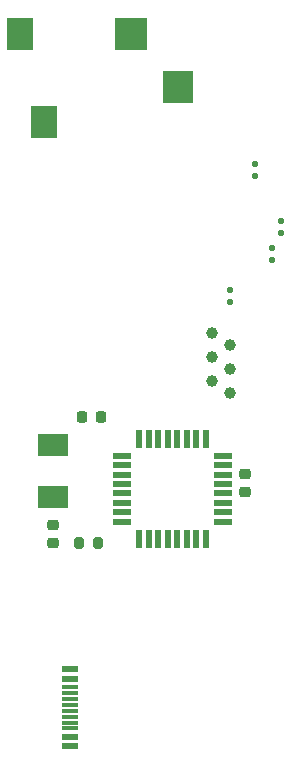
<source format=gbr>
%TF.GenerationSoftware,KiCad,Pcbnew,(6.0.5)*%
%TF.CreationDate,2022-06-01T22:14:55+05:30*%
%TF.ProjectId,PORTABLE_ECG_MACHINE,504f5254-4142-44c4-955f-4543475f4d41,rev-1*%
%TF.SameCoordinates,Original*%
%TF.FileFunction,Paste,Bot*%
%TF.FilePolarity,Positive*%
%FSLAX46Y46*%
G04 Gerber Fmt 4.6, Leading zero omitted, Abs format (unit mm)*
G04 Created by KiCad (PCBNEW (6.0.5)) date 2022-06-01 22:14:55*
%MOMM*%
%LPD*%
G01*
G04 APERTURE LIST*
G04 Aperture macros list*
%AMRoundRect*
0 Rectangle with rounded corners*
0 $1 Rounding radius*
0 $2 $3 $4 $5 $6 $7 $8 $9 X,Y pos of 4 corners*
0 Add a 4 corners polygon primitive as box body*
4,1,4,$2,$3,$4,$5,$6,$7,$8,$9,$2,$3,0*
0 Add four circle primitives for the rounded corners*
1,1,$1+$1,$2,$3*
1,1,$1+$1,$4,$5*
1,1,$1+$1,$6,$7*
1,1,$1+$1,$8,$9*
0 Add four rect primitives between the rounded corners*
20,1,$1+$1,$2,$3,$4,$5,0*
20,1,$1+$1,$4,$5,$6,$7,0*
20,1,$1+$1,$6,$7,$8,$9,0*
20,1,$1+$1,$8,$9,$2,$3,0*%
G04 Aperture macros list end*
%ADD10R,1.450000X0.600000*%
%ADD11R,1.450000X0.300000*%
%ADD12R,2.500000X1.900000*%
%ADD13O,0.600000X0.500000*%
%ADD14RoundRect,0.500000X0.000000X0.000000X0.000000X0.000000X0.000000X0.000000X0.000000X0.000000X0*%
%ADD15RoundRect,0.500000X0.000000X0.000000X0.000000X0.000000X0.000000X0.000000X0.000000X0.000000X0*%
%ADD16RoundRect,0.225000X0.250000X-0.225000X0.250000X0.225000X-0.250000X0.225000X-0.250000X-0.225000X0*%
%ADD17RoundRect,0.200000X-0.200000X-0.275000X0.200000X-0.275000X0.200000X0.275000X-0.200000X0.275000X0*%
%ADD18RoundRect,0.225000X-0.250000X0.225000X-0.250000X-0.225000X0.250000X-0.225000X0.250000X0.225000X0*%
%ADD19R,1.600000X0.550000*%
%ADD20R,0.550000X1.600000*%
%ADD21RoundRect,0.225000X0.225000X0.250000X-0.225000X0.250000X-0.225000X-0.250000X0.225000X-0.250000X0*%
%ADD22R,2.200000X2.800000*%
%ADD23R,2.800000X2.800000*%
%ADD24R,2.600000X2.800000*%
G04 APERTURE END LIST*
D10*
%TO.C,J4*%
X91167000Y-86562000D03*
X91167000Y-85762000D03*
D11*
X91167000Y-84562000D03*
X91167000Y-83562000D03*
X91167000Y-83062000D03*
X91167000Y-82062000D03*
D10*
X91167000Y-80862000D03*
X91167000Y-80062000D03*
X91167000Y-80062000D03*
X91167000Y-80862000D03*
D11*
X91167000Y-81562000D03*
X91167000Y-82562000D03*
X91167000Y-84062000D03*
X91167000Y-85062000D03*
D10*
X91167000Y-85762000D03*
X91167000Y-86562000D03*
%TD*%
D12*
%TO.C,Y1*%
X89662000Y-61046000D03*
X89662000Y-65446000D03*
%TD*%
D13*
%TO.C,JP4*%
X104658000Y-47930000D03*
X104658000Y-48930000D03*
%TD*%
D14*
%TO.C,J5*%
X104648000Y-56642000D03*
X103124000Y-55626000D03*
X104648000Y-54610000D03*
X103124000Y-53594000D03*
D15*
X104648000Y-52578000D03*
D14*
X103124000Y-51562000D03*
%TD*%
D13*
%TO.C,JP6*%
X106837000Y-37300000D03*
X106837000Y-38300000D03*
%TD*%
D16*
%TO.C,C12*%
X105918000Y-65037000D03*
X105918000Y-63487000D03*
%TD*%
D17*
%TO.C,R11*%
X91885000Y-69342000D03*
X93535000Y-69342000D03*
%TD*%
D18*
%TO.C,C13*%
X89662000Y-67805000D03*
X89662000Y-69355000D03*
%TD*%
D19*
%TO.C,U3*%
X95572000Y-67570000D03*
X95572000Y-66770000D03*
X95572000Y-65970000D03*
X95572000Y-65170000D03*
X95572000Y-64370000D03*
X95572000Y-63570000D03*
X95572000Y-62770000D03*
X95572000Y-61970000D03*
D20*
X97022000Y-60520000D03*
X97822000Y-60520000D03*
X98622000Y-60520000D03*
X99422000Y-60520000D03*
X100222000Y-60520000D03*
X101022000Y-60520000D03*
X101822000Y-60520000D03*
X102622000Y-60520000D03*
D19*
X104072000Y-61970000D03*
X104072000Y-62770000D03*
X104072000Y-63570000D03*
X104072000Y-64370000D03*
X104072000Y-65170000D03*
X104072000Y-65970000D03*
X104072000Y-66770000D03*
X104072000Y-67570000D03*
D20*
X102622000Y-69020000D03*
X101822000Y-69020000D03*
X101022000Y-69020000D03*
X100222000Y-69020000D03*
X99422000Y-69020000D03*
X98622000Y-69020000D03*
X97822000Y-69020000D03*
X97022000Y-69020000D03*
%TD*%
D13*
%TO.C,JP3*%
X108976000Y-42088000D03*
X108976000Y-43088000D03*
%TD*%
%TO.C,JP5*%
X108214000Y-44374000D03*
X108214000Y-45374000D03*
%TD*%
D21*
%TO.C,C14*%
X93739000Y-58674000D03*
X92189000Y-58674000D03*
%TD*%
D22*
%TO.C,J2*%
X88900000Y-33700000D03*
X86900000Y-26300000D03*
D23*
X96300000Y-26300000D03*
D24*
X100300000Y-30750000D03*
%TD*%
M02*

</source>
